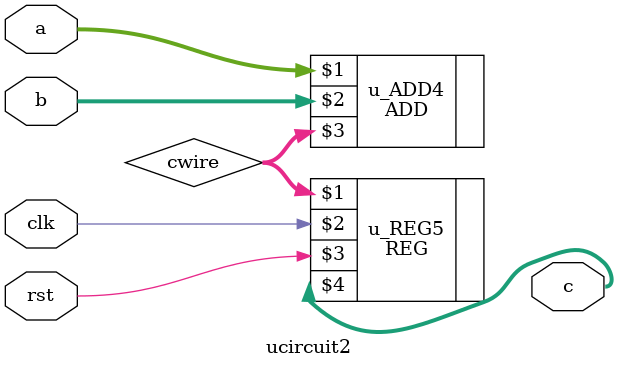
<source format=v>

module ucircuit2(

	 input clk,
	 input rst,
	 input [7:0] a,
	 input [15:0] b,

	 output [31:0] c
);

	 wire [31:0] cwire;
	 ADD #(32) u_ADD4 (a,b,cwire);
	 REG #(32) u_REG5 (cwire,clk,rst,c);


endmodule

// *********************************************************************************
// *                            END OF GENERATED FILE                              *
// *********************************************************************************

</source>
